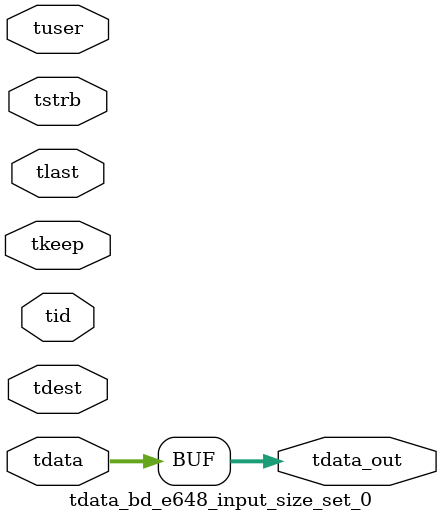
<source format=v>


`timescale 1ps/1ps

module tdata_bd_e648_input_size_set_0 #
(
parameter C_S_AXIS_TDATA_WIDTH = 32,
parameter C_S_AXIS_TUSER_WIDTH = 0,
parameter C_S_AXIS_TID_WIDTH   = 0,
parameter C_S_AXIS_TDEST_WIDTH = 0,
parameter C_M_AXIS_TDATA_WIDTH = 32
)
(
input  [(C_S_AXIS_TDATA_WIDTH == 0 ? 1 : C_S_AXIS_TDATA_WIDTH)-1:0     ] tdata,
input  [(C_S_AXIS_TUSER_WIDTH == 0 ? 1 : C_S_AXIS_TUSER_WIDTH)-1:0     ] tuser,
input  [(C_S_AXIS_TID_WIDTH   == 0 ? 1 : C_S_AXIS_TID_WIDTH)-1:0       ] tid,
input  [(C_S_AXIS_TDEST_WIDTH == 0 ? 1 : C_S_AXIS_TDEST_WIDTH)-1:0     ] tdest,
input  [(C_S_AXIS_TDATA_WIDTH/8)-1:0 ] tkeep,
input  [(C_S_AXIS_TDATA_WIDTH/8)-1:0 ] tstrb,
input                                                                    tlast,
output [C_M_AXIS_TDATA_WIDTH-1:0] tdata_out
);

assign tdata_out = {tdata[47:0]};

endmodule


</source>
